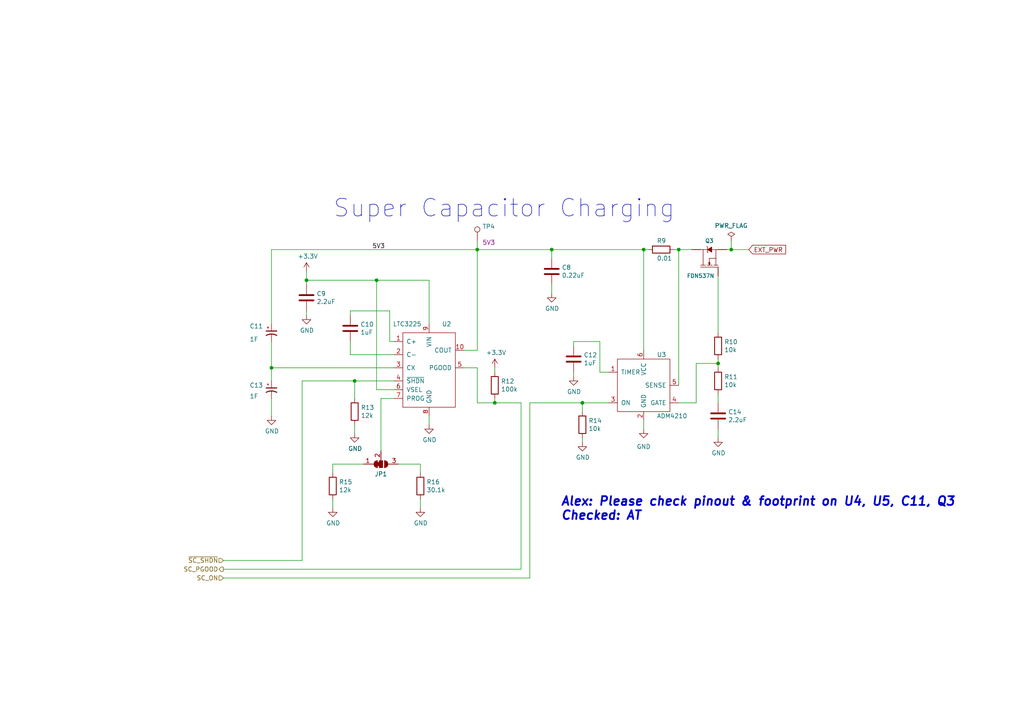
<source format=kicad_sch>
(kicad_sch (version 20211123) (generator eeschema)
  (paper "A4")
  (title_block (title "LCP Controller ") (date "2022-12-19") (rev "0.3") (company "NOAA Pacific Marine Environmental Laboratory") (comment 3 "Current design modified by: Basharat Basharat") (comment 4 "Current design by: Matt Casari"))
  (lib_symbols
    (symbol "Connector:TestPoint" (pin_numbers hide) (pin_names (offset 0.762) hide)
      (property "Reference" "TP" (at 0 6.858 0))
      (property "Value" "TestPoint" (at 0 5.08 0))
      (symbol "TestPoint_0_1"
        (circle (center 0 3.302) (radius 0.762))
      )
      (symbol "TestPoint_1_1"
        (pin passive line (at 0 0 90) (length 2.54) (name "1") (number "1"))
      )
    )
    (symbol "Device:C" (pin_numbers hide) (pin_names (offset 0.254))
      (property "Reference" "C" (at 0.635 2.54 0))
      (property "Value" "C" (at 0.635 -2.54 0))
      (symbol "C_0_1"
        (polyline (pts (xy -2.032 -0.762) (xy 2.032 -0.762)) (stroke (width 0.508)))
        (polyline (pts (xy -2.032 0.762) (xy 2.032 0.762)) (stroke (width 0.508)))
      )
      (symbol "C_1_1"
        (pin passive line (at 0 3.81 270) (length 2.794) (name "~") (number "1"))
        (pin passive line (at 0 -3.81 90) (length 2.794) (name "~") (number "2"))
      )
    )
    (symbol "Device:C_Polarized_Small_US" (pin_numbers hide) (pin_names (offset 0.254) hide)
      (property "Reference" "C" (at 0.254 1.778 0))
      (property "Value" "C_Polarized_Small_US" (at 0.254 -2.032 0))
      (symbol "C_Polarized_Small_US_0_1"
        (polyline (pts (xy -1.524 0.508) (xy 1.524 0.508)) (stroke (width 0.3048)))
        (polyline (pts (xy -1.27 1.524) (xy -0.762 1.524)))
        (polyline (pts (xy -1.016 1.27) (xy -1.016 1.778)))
        (arc (start 1.524 -0.762) (mid 0 -0.3734) (end -1.524 -0.762) (stroke (width 0.3048)))
      )
      (symbol "C_Polarized_Small_US_1_1"
        (pin passive line (at 0 2.54 270) (length 2.032) (name "~") (number "1"))
        (pin passive line (at 0 -2.54 90) (length 2.032) (name "~") (number "2"))
      )
    )
    (symbol "Device:R" (pin_numbers hide) (pin_names (offset 0))
      (property "Reference" "R" (at 2.032 0 90))
      (property "Value" "R" (at 0 0 90))
      (symbol "R_0_1"
        (rectangle (start -1.016 -2.54) (end 1.016 2.54) (stroke (width 0.254)))
      )
      (symbol "R_1_1"
        (pin passive line (at 0 3.81 270) (length 1.27) (name "~") (number "1"))
        (pin passive line (at 0 -3.81 90) (length 1.27) (name "~") (number "2"))
      )
    )
    (symbol "Jumper:SolderJumper_3_Bridged12" (pin_names (offset 0) hide)
      (property "Reference" "JP" (at -2.54 -2.54 0))
      (property "Value" "SolderJumper_3_Bridged12" (at 0 2.794 0))
      (symbol "SolderJumper_3_Bridged12_0_1"
        (rectangle (start -1.016 0.508) (end -0.508 -0.508) (fill (type outline)))
        (arc (start -1.016 1.016) (mid -2.032 0) (end -1.016 -1.016))
        (arc (start -1.016 1.016) (mid -2.032 0) (end -1.016 -1.016) (fill (type outline)))
        (rectangle (start -0.508 1.016) (end 0.508 -1.016) (fill (type outline)))
        (polyline (pts (xy -2.54 0) (xy -2.032 0)))
        (polyline (pts (xy -1.016 1.016) (xy -1.016 -1.016)))
        (polyline (pts (xy 0 -1.27) (xy 0 -1.016)))
        (polyline (pts (xy 1.016 1.016) (xy 1.016 -1.016)))
        (polyline (pts (xy 2.54 0) (xy 2.032 0)))
        (arc (start 1.016 -1.016) (mid 2.032 0) (end 1.016 1.016))
        (arc (start 1.016 -1.016) (mid 2.032 0) (end 1.016 1.016) (fill (type outline)))
      )
      (symbol "SolderJumper_3_Bridged12_1_1"
        (pin passive line (at -5.08 0 0) (length 2.54) (name "A") (number "1"))
        (pin passive line (at 0 -3.81 90) (length 2.54) (name "C") (number "2"))
        (pin passive line (at 5.08 0 180) (length 2.54) (name "B") (number "3"))
      )
    )
    (symbol "PMEL_PowerICs:ADM4210" (pin_names (offset 1.016))
      (property "Reference" "U" (at 3.81 11.43 0))
      (property "Value" "ADM4210" (at 5.08 8.89 0))
      (symbol "ADM4210_0_0"
        (rectangle (start -7.62 7.62) (end 7.62 -7.62))
        (pin input line (at -10.16 3.81 0) (length 2.54) (name "TIMER") (number "1"))
        (pin power_in line (at 0 -10.16 90) (length 2.54) (name "GND") (number "2"))
        (pin input line (at -10.16 -5.08 0) (length 2.54) (name "ON") (number "3"))
        (pin output line (at 10.16 -5.08 180) (length 2.54) (name "GATE") (number "4"))
        (pin input line (at 10.16 0 180) (length 2.54) (name "SENSE") (number "5"))
        (pin power_in line (at 0 10.16 270) (length 2.54) (name "VCC") (number "6"))
      )
    )
    (symbol "PMEL_PowerICs:LTC3225" (pin_names (offset 1.016))
      (property "Reference" "U" (at 5.08 12.7 0))
      (property "Value" "LTC3225" (at -6.35 12.7 0))
      (symbol "LTC3225_0_0"
        (rectangle (start -7.62 11.43) (end 7.62 -10.16))
        (pin power_out line (at -10.16 8.89 0) (length 2.54) (name "C+") (number "1"))
        (pin power_out line (at 10.16 6.35 180) (length 2.54) (name "COUT") (number "10"))
        (pin power_out line (at -10.16 5.08 0) (length 2.54) (name "C-") (number "2"))
        (pin power_out line (at -10.16 1.27 0) (length 2.54) (name "CX") (number "3"))
        (pin input line (at -10.16 -2.54 0) (length 2.54) (name "~{SHDN}") (number "4"))
        (pin output line (at 10.16 1.27 180) (length 2.54) (name "PGOOD") (number "5"))
        (pin input line (at -10.16 -5.08 0) (length 2.54) (name "VSEL") (number "6"))
        (pin passive line (at -10.16 -7.62 0) (length 2.54) (name "PROG") (number "7"))
        (pin power_in line (at 0 -12.7 90) (length 2.54) (name "GND") (number "8"))
        (pin power_in line (at 0 13.97 270) (length 2.54) (name "VIN") (number "9"))
      )
    )
    (symbol "SparkFun-DiscreteSemi:MOSFET-NCH-AO3404A" (pin_numbers hide) (pin_names (offset 1.016) hide)
      (property "Reference" "Q" (at 3.81 3.81 0))
      (property "Value" "MOSFET-NCH-AO3404A" (at 3.81 -5.08 0))
      (property "Field4" "TRANS-12988" (at 0 7.62 0))
      (symbol "MOSFET-NCH-AO3404A_1_0"
        (polyline (pts (xy -2.54 -2.54) (xy -2.54 2.54)))
        (polyline (pts (xy -1.9812 -1.905) (xy -1.9812 -2.54)))
        (polyline (pts (xy -1.9812 -1.905) (xy 0 -1.905)))
        (polyline (pts (xy -1.9812 -1.2954) (xy -1.9812 -1.905)))
        (polyline (pts (xy -1.9812 0.6858) (xy -1.9812 -0.8382)))
        (polyline (pts (xy -1.9812 1.8034) (xy -1.9812 1.0922)))
        (polyline (pts (xy -1.9812 1.8034) (xy 2.54 1.8034)))
        (polyline (pts (xy -1.9812 2.54) (xy -1.9812 1.8034)))
        (polyline (pts (xy 0 -1.905) (xy 0 0)))
        (polyline (pts (xy 0 0) (xy -1.2192 0)))
        (polyline (pts (xy 1.6002 0.381) (xy 1.778 0.5588)))
        (polyline (pts (xy 2.54 -2.54) (xy 2.54 -1.905)))
        (polyline (pts (xy 2.54 -1.905) (xy 0 -1.905)))
        (polyline (pts (xy 2.54 -0.7112) (xy 2.54 -1.905)))
        (polyline (pts (xy 2.54 0.5588) (xy 1.778 0.5588)))
        (polyline (pts (xy 2.54 0.5588) (xy 3.302 0.5588)))
        (polyline (pts (xy 2.54 1.8034) (xy 2.54 0.5588)))
        (polyline (pts (xy 2.54 2.54) (xy 2.54 1.8034)))
        (polyline (pts (xy 3.302 0.5588) (xy 3.4798 0.7366)))
      )
      (symbol "MOSFET-NCH-AO3404A_1_1"
        (polyline (pts (xy -1.9812 0) (xy -1.2192 0.254) (xy -1.2192 0.254) (xy -1.2192 -0.254) (xy -1.2192 -0.254) (xy -1.9812 0)) (fill (type outline)))
        (polyline (pts (xy 1.778 -0.7112) (xy 2.54 0.5588) (xy 2.54 0.5588) (xy 3.302 -0.7112) (xy 3.302 -0.7112) (xy 1.778 -0.7112)) (fill (type outline)))
        (pin bidirectional line (at -5.08 -2.54 0) (length 2.54) (name "G") (number "1"))
        (pin bidirectional line (at 2.54 -5.08 90) (length 2.54) (name "S") (number "2"))
        (pin bidirectional line (at 2.54 5.08 270) (length 2.54) (name "D") (number "3"))
      )
    )
    (symbol "power:+3.3V" (power) (pin_names (offset 0))
      (property "Value" "+3.3V" (at 0 3.556 0))
      (symbol "+3.3V_0_1"
        (polyline (pts (xy -0.762 1.27) (xy 0 2.54)))
        (polyline (pts (xy 0 0) (xy 0 2.54)))
        (polyline (pts (xy 0 2.54) (xy 0.762 1.27)))
      )
      (symbol "+3.3V_1_1"
        (pin power_in line (at 0 0 90) (length 0) hide (name "+3.3V") (number "1"))
      )
    )
    (symbol "power:GND" (power) (pin_names (offset 0))
      (property "Value" "GND" (at 0 -3.81 0))
      (symbol "GND_0_1"
        (polyline (pts (xy 0 0) (xy 0 -1.27) (xy 1.27 -1.27) (xy 0 -2.54) (xy -1.27 -1.27) (xy 0 -1.27)))
      )
      (symbol "GND_1_1"
        (pin power_in line (at 0 0 270) (length 0) hide (name "GND") (number "1"))
      )
    )
    (symbol "power:PWR_FLAG" (power) (pin_numbers hide) (pin_names (offset 0) hide)
      (property "Value" "PWR_FLAG" (at 0 3.81 0))
      (symbol "PWR_FLAG_0_0"
        (pin power_out line (at 0 0 90) (length 0) (name "pwr") (number "1"))
      )
      (symbol "PWR_FLAG_0_1"
        (polyline (pts (xy 0 0) (xy 0 1.27) (xy -1.016 1.905) (xy 0 2.54) (xy 1.016 1.905) (xy 0 1.27)))
      )
    )
  )
  (junction (at 143.51 116.84))
  (junction (at 102.87 110.49))
  (junction (at 78.74 106.68))
  (junction (at 138.43 72.39))
  (junction (at 88.9 81.28))
  (junction (at 160.02 72.39))
  (junction (at 109.22 81.28))
  (junction (at 196.85 72.39))
  (junction (at 212.09 72.39))
  (junction (at 186.69 72.39))
  (junction (at 208.28 105.41))
  (junction (at 168.91 116.84))
  (wire (pts (xy 173.99 99.06) (xy 173.99 107.95)))
  (wire (pts (xy 114.3 110.49) (xy 102.87 110.49)))
  (wire (pts (xy 102.87 125.73) (xy 102.87 123.19)))
  (wire (pts (xy 160.02 72.39) (xy 186.69 72.39)))
  (wire (pts (xy 113.03 90.17) (xy 113.03 99.06)))
  (wire (pts (xy 121.92 144.78) (xy 121.92 147.32)))
  (wire (pts (xy 200.66 72.39) (xy 196.85 72.39)))
  (wire (pts (xy 208.28 80.01) (xy 208.28 96.52)))
  (wire (pts (xy 138.43 106.68) (xy 134.62 106.68)))
  (wire (pts (xy 88.9 82.55) (xy 88.9 81.28)))
  (wire (pts (xy 187.96 72.39) (xy 186.69 72.39)))
  (wire (pts (xy 113.03 99.06) (xy 114.3 99.06)))
  (wire (pts (xy 96.52 134.62) (xy 105.41 134.62)))
  (wire (pts (xy 196.85 111.76) (xy 196.85 72.39)))
  (wire (pts (xy 166.37 109.22) (xy 166.37 107.95)))
  (wire (pts (xy 114.3 106.68) (xy 78.74 106.68)))
  (wire (pts (xy 196.85 72.39) (xy 195.58 72.39)))
  (wire (pts (xy 88.9 81.28) (xy 109.22 81.28)))
  (wire (pts (xy 87.63 110.49) (xy 102.87 110.49)))
  (wire (pts (xy 143.51 115.57) (xy 143.51 116.84)))
  (wire (pts (xy 151.13 165.1) (xy 151.13 116.84)))
  (wire (pts (xy 64.77 165.1) (xy 151.13 165.1)))
  (wire (pts (xy 160.02 85.09) (xy 160.02 82.55)))
  (wire (pts (xy 64.77 167.64) (xy 153.67 167.64)))
  (wire (pts (xy 101.6 99.06) (xy 101.6 102.87)))
  (wire (pts (xy 78.74 93.98) (xy 78.74 72.39)))
  (wire (pts (xy 208.28 104.14) (xy 208.28 105.41)))
  (wire (pts (xy 78.74 72.39) (xy 138.43 72.39)))
  (wire (pts (xy 168.91 128.27) (xy 168.91 127)))
  (wire (pts (xy 88.9 81.28) (xy 88.9 78.74)))
  (wire (pts (xy 138.43 116.84) (xy 138.43 106.68)))
  (wire (pts (xy 166.37 99.06) (xy 173.99 99.06)))
  (wire (pts (xy 101.6 102.87) (xy 114.3 102.87)))
  (wire (pts (xy 88.9 90.17) (xy 88.9 91.44)))
  (wire (pts (xy 138.43 72.39) (xy 138.43 101.6)))
  (wire (pts (xy 208.28 114.3) (xy 208.28 116.84)))
  (wire (pts (xy 78.74 115.57) (xy 78.74 120.65)))
  (wire (pts (xy 115.57 134.62) (xy 121.92 134.62)))
  (wire (pts (xy 114.3 115.57) (xy 110.49 115.57)))
  (wire (pts (xy 114.3 113.03) (xy 109.22 113.03)))
  (wire (pts (xy 109.22 81.28) (xy 109.22 113.03)))
  (wire (pts (xy 217.17 72.39) (xy 212.09 72.39)))
  (wire (pts (xy 138.43 72.39) (xy 160.02 72.39)))
  (wire (pts (xy 151.13 116.84) (xy 143.51 116.84)))
  (wire (pts (xy 168.91 116.84) (xy 176.53 116.84)))
  (wire (pts (xy 143.51 116.84) (xy 138.43 116.84)))
  (wire (pts (xy 78.74 110.49) (xy 78.74 106.68)))
  (wire (pts (xy 186.69 72.39) (xy 186.69 101.6)))
  (wire (pts (xy 173.99 107.95) (xy 176.53 107.95)))
  (wire (pts (xy 208.28 105.41) (xy 208.28 106.68)))
  (wire (pts (xy 138.43 69.85) (xy 138.43 72.39)))
  (wire (pts (xy 96.52 144.78) (xy 96.52 147.32)))
  (wire (pts (xy 101.6 91.44) (xy 101.6 90.17)))
  (wire (pts (xy 78.74 99.06) (xy 78.74 106.68)))
  (wire (pts (xy 168.91 119.38) (xy 168.91 116.84)))
  (wire (pts (xy 212.09 72.39) (xy 210.82 72.39)))
  (wire (pts (xy 153.67 167.64) (xy 153.67 116.84)))
  (wire (pts (xy 196.85 116.84) (xy 201.93 116.84)))
  (wire (pts (xy 201.93 116.84) (xy 201.93 105.41)))
  (wire (pts (xy 166.37 100.33) (xy 166.37 99.06)))
  (wire (pts (xy 87.63 162.56) (xy 87.63 110.49)))
  (wire (pts (xy 186.69 121.92) (xy 186.69 124.46)))
  (wire (pts (xy 110.49 115.57) (xy 110.49 130.81)))
  (wire (pts (xy 160.02 74.93) (xy 160.02 72.39)))
  (wire (pts (xy 138.43 101.6) (xy 134.62 101.6)))
  (wire (pts (xy 96.52 137.16) (xy 96.52 134.62)))
  (wire (pts (xy 124.46 93.98) (xy 124.46 81.28)))
  (wire (pts (xy 153.67 116.84) (xy 168.91 116.84)))
  (wire (pts (xy 124.46 123.19) (xy 124.46 120.65)))
  (wire (pts (xy 124.46 81.28) (xy 109.22 81.28)))
  (wire (pts (xy 121.92 134.62) (xy 121.92 137.16)))
  (wire (pts (xy 212.09 69.85) (xy 212.09 72.39)))
  (wire (pts (xy 208.28 127) (xy 208.28 124.46)))
  (wire (pts (xy 102.87 110.49) (xy 102.87 115.57)))
  (wire (pts (xy 201.93 105.41) (xy 208.28 105.41)))
  (wire (pts (xy 143.51 106.68) (xy 143.51 107.95)))
  (wire (pts (xy 64.77 162.56) (xy 87.63 162.56)))
  (wire (pts (xy 101.6 90.17) (xy 113.03 90.17)))
  (text "Super Capacitor Charging" (at 96.52 63.5 0) (effects (font (size 5.08 5.08)) (justify left bottom)))
  (text "Alex: Please check pinout & footprint on U4, U5, C11, Q3\nChecked: AT" (at 162.56 151.13 0) (effects (font (size 2.54 2.54) (thickness 0.508) bold italic) (justify left bottom)))
  (label "5V3" (at 107.95 72.39 0))
  (global_label "EXT_PWR" (shape input) (at 217.17 72.39 0) (property "Intersheet References" "${INTERSHEET_REFS}" (effects hide)))
  (hierarchical_label "~{SC_SHDN}" (shape input) (at 64.77 162.56 180))
  (hierarchical_label "SC_PGOOD" (shape output) (at 64.77 165.1 180))
  (hierarchical_label "SC_ON" (shape input) (at 64.77 167.64 180))
  (symbol (lib_id "PMEL_PowerICs:ADM4210") (at 186.69 111.76 0) (unit 1)
    (property "Reference" "U3" (at 190.5 102.87 0) (effects (justify left)))
    (property "Value" "ADM4210" (at 190.5 120.65 0) (effects (justify left)))
    (property "Footprint" "Package_TO_SOT_SMD:TSOT-23-6" (effects hide))
    (property "Datasheet" "https://www.analog.com/media/en/technical-documentation/data-sheets/ADM4210.pdf" (effects hide))
    (property "MPN" "ADM4210-2AUJZ-RL7" (effects hide))
  )
  (symbol (lib_id "PMEL_PowerICs:LTC3225") (at 124.46 107.95 0) (unit 1)
    (property "Reference" "U2" (at 129.54 93.98 0))
    (property "Value" "LTC3225" (at 118.11 93.98 0))
    (property "Footprint" "Package_DFN_QFN:DFN-10-1EP_2x3mm_P0.5mm_EP0.64x2.4mm" (effects hide))
    (property "Datasheet" "https://www.analog.com/media/en/technical-documentation/data-sheets/3225fb.pdf" (effects hide))
    (property "MPN" "LTC3225EDDB-1#TRMPBF" (effects hide))
  )
  (symbol (lib_id "Device:C") (at 88.9 86.36 0) (unit 1)
    (property "Reference" "C9" (at 91.821 85.1916 0) (effects (justify left)))
    (property "Value" "2.2uF" (at 91.821 87.503 0) (effects (justify left)))
    (property "Footprint" "Capacitor_SMD:C_0805_2012Metric" (effects hide))
    (property "MPN" "CL21A225KB9LNNC" (effects hide))
  )
  (symbol (lib_id "Device:C") (at 101.6 95.25 0) (unit 1)
    (property "Reference" "C10" (at 104.521 94.0816 0) (effects (justify left)))
    (property "Value" "1uF" (at 104.521 96.393 0) (effects (justify left)))
    (property "Footprint" "Capacitor_SMD:C_0805_2012Metric" (effects hide))
    (property "MPN" "CL21B105KOFNNNG" (effects hide))
  )
  (symbol (lib_id "power:GND") (at 88.9 91.44 0) (unit 1)
    (property "Reference" "#PWR017" (effects hide))
    (property "Value" "GND" (at 89.027 95.8342 0))
  )
  (symbol (lib_id "Jumper:SolderJumper_3_Bridged12") (at 110.49 134.62 0) (mirror x) (unit 1)
    (property "Reference" "JP1" (at 110.49 137.4902 0))
    (property "Value" "SolderJumper_3_Bridged12" (effects hide))
    (property "Footprint" "Jumper:SolderJumper-3_P1.3mm_Bridged12_RoundedPad1.0x1.5mm" (effects hide))
  )
  (symbol (lib_id "Device:R") (at 96.52 140.97 0) (unit 1)
    (property "Reference" "R15" (at 98.298 139.8016 0) (effects (justify left)))
    (property "Value" "12k" (at 98.298 142.113 0) (effects (justify left)))
    (property "Footprint" "Resistor_SMD:R_0805_2012Metric" (effects hide))
    (property "MPN" "CRGCQ0805F12K" (effects hide))
  )
  (symbol (lib_id "Device:R") (at 121.92 140.97 0) (unit 1)
    (property "Reference" "R16" (at 123.698 139.8016 0) (effects (justify left)))
    (property "Value" "30.1k" (at 123.698 142.113 0) (effects (justify left)))
    (property "Footprint" "Resistor_SMD:R_0805_2012Metric" (effects hide))
    (property "MPN" "RC0805FR-0730K1L" (effects hide))
  )
  (symbol (lib_id "power:GND") (at 96.52 147.32 0) (unit 1)
    (property "Reference" "#PWR026" (effects hide))
    (property "Value" "GND" (at 96.647 151.7142 0))
  )
  (symbol (lib_id "power:GND") (at 121.92 147.32 0) (unit 1)
    (property "Reference" "#PWR027" (effects hide))
    (property "Value" "GND" (at 122.047 151.7142 0))
  )
  (symbol (lib_id "power:GND") (at 124.46 123.19 0) (unit 1)
    (property "Reference" "#PWR022" (effects hide))
    (property "Value" "GND" (at 124.587 127.5842 0))
  )
  (symbol (lib_id "Device:R") (at 102.87 119.38 0) (unit 1)
    (property "Reference" "R13" (at 104.648 118.2116 0) (effects (justify left)))
    (property "Value" "12k" (at 104.648 120.523 0) (effects (justify left)))
    (property "Footprint" "Resistor_SMD:R_0805_2012Metric" (effects hide))
    (property "MPN" "CRGCQ0805F12K" (effects hide))
  )
  (symbol (lib_id "power:GND") (at 102.87 125.73 0) (unit 1)
    (property "Reference" "#PWR023" (effects hide))
    (property "Value" "GND" (at 102.997 130.1242 0))
  )
  (symbol (lib_id "power:GND") (at 78.74 120.65 0) (unit 1)
    (property "Reference" "#PWR021" (effects hide))
    (property "Value" "GND" (at 78.867 125.0442 0))
  )
  (symbol (lib_id "Device:C") (at 166.37 104.14 0) (unit 1)
    (property "Reference" "C12" (at 169.291 102.9716 0) (effects (justify left)))
    (property "Value" "1uF" (at 169.291 105.283 0) (effects (justify left)))
    (property "Footprint" "Capacitor_SMD:C_0805_2012Metric" (effects hide))
    (property "MPN" "CL21B105KOFNNNG" (effects hide))
  )
  (symbol (lib_id "power:GND") (at 166.37 109.22 0) (unit 1)
    (property "Reference" "#PWR019" (effects hide))
    (property "Value" "GND" (at 166.497 113.6142 0))
  )
  (symbol (lib_id "Device:C") (at 160.02 78.74 0) (unit 1)
    (property "Reference" "C8" (at 162.941 77.5716 0) (effects (justify left)))
    (property "Value" "0.22uF" (at 162.941 79.883 0) (effects (justify left)))
    (property "Footprint" "Capacitor_SMD:C_1210_3225Metric" (effects hide))
    (property "MPN" "CL32B224KBFNNNE" (effects hide))
  )
  (symbol (lib_id "power:GND") (at 160.02 85.09 0) (unit 1)
    (property "Reference" "#PWR016" (effects hide))
    (property "Value" "GND" (at 160.147 89.4842 0))
  )
  (symbol (lib_id "power:+3.3V") (at 88.9 78.74 0) (unit 1)
    (property "Reference" "#PWR015" (effects hide))
    (property "Value" "+3.3V" (at 89.281 74.3458 0))
  )
  (symbol (lib_id "Device:R") (at 168.91 123.19 0) (unit 1)
    (property "Reference" "R14" (at 170.688 122.0216 0) (effects (justify left)))
    (property "Value" "10k" (at 170.688 124.333 0) (effects (justify left)))
    (property "Footprint" "Resistor_SMD:R_0805_2012Metric" (effects hide))
    (property "MPN" "ERA-6AEB103V" (effects hide))
  )
  (symbol (lib_id "power:GND") (at 168.91 128.27 0) (unit 1)
    (property "Reference" "#PWR025" (effects hide))
    (property "Value" "GND" (at 169.037 132.6642 0))
  )
  (symbol (lib_id "Device:C") (at 208.28 120.65 0) (unit 1)
    (property "Reference" "C14" (at 211.201 119.4816 0) (effects (justify left)))
    (property "Value" "2.2uF" (at 211.201 121.793 0) (effects (justify left)))
    (property "Footprint" "Capacitor_SMD:C_0805_2012Metric" (effects hide))
    (property "MPN" "CL21A225KB9LNNC" (effects hide))
  )
  (symbol (lib_id "power:GND") (at 208.28 127 0) (unit 1)
    (property "Reference" "#PWR024" (effects hide))
    (property "Value" "GND" (at 208.407 131.3942 0))
  )
  (symbol (lib_id "Device:R") (at 208.28 110.49 0) (unit 1)
    (property "Reference" "R11" (at 210.058 109.3216 0) (effects (justify left)))
    (property "Value" "10k" (at 210.058 111.633 0) (effects (justify left)))
    (property "Footprint" "Resistor_SMD:R_0805_2012Metric" (effects hide))
    (property "MPN" "ERA-6AEB103V" (effects hide))
  )
  (symbol (lib_id "Device:R") (at 208.28 100.33 0) (unit 1)
    (property "Reference" "R10" (at 210.058 99.1616 0) (effects (justify left)))
    (property "Value" "10k" (at 210.058 101.473 0) (effects (justify left)))
    (property "Footprint" "Resistor_SMD:R_0805_2012Metric" (effects hide))
    (property "MPN" "ERA-6AEB103V" (effects hide))
  )
  (symbol (lib_id "Device:R") (at 191.77 72.39 270) (unit 1)
    (property "Reference" "R9" (at 190.5 69.85 90) (effects (justify left)))
    (property "Value" "0.01" (at 190.5 74.93 90) (effects (justify left)))
    (property "Footprint" "Resistor_SMD:R_2512_6332Metric" (effects hide))
    (property "MPN" "PCS2512DR0100ET" (effects hide))
  )
  (symbol (lib_id "SparkFun-DiscreteSemi:MOSFET-NCH-AO3404A") (at 205.74 74.93 90) (unit 1)
    (property "Reference" "Q3" (at 205.74 69.85 90) (effects (font (size 1.143 1.143))))
    (property "Value" "FDN537N" (at 203.2 80.01 90) (effects (font (size 1.143 1.143))))
    (property "Footprint" "Package_TO_SOT_SMD:SOT-23" (effects hide))
    (property "Datasheet" "https://www.onsemi.com/pub/Collateral/FDN537N-D.pdf" (effects hide))
    (property "Field4" "TRANS-12988" (effects hide))
    (property "MPN" "FDN537N" (effects hide))
  )
  (symbol (lib_id "power:+3.3V") (at 143.51 106.68 0) (unit 1)
    (property "Reference" "#PWR018" (effects hide))
    (property "Value" "+3.3V" (at 143.891 102.2858 0))
  )
  (symbol (lib_id "Device:R") (at 143.51 111.76 0) (unit 1)
    (property "Reference" "R12" (at 145.288 110.5916 0) (effects (justify left)))
    (property "Value" "100k" (at 145.288 112.903 0) (effects (justify left)))
    (property "Footprint" "Resistor_SMD:R_0805_2012Metric" (effects hide))
    (property "MPN" "RC0805FR-07100KL" (effects hide))
  )
  (symbol (lib_id "power:PWR_FLAG") (at 212.09 69.85 0) (unit 1)
    (property "Reference" "#FLG04" (effects hide))
    (property "Value" "PWR_FLAG" (at 212.09 65.4558 0))
  )
  (symbol (lib_id "Connector:TestPoint") (at 138.43 69.85 0) (unit 1)
    (property "Reference" "TP4" (at 139.9032 65.7098 0) (effects (justify left)))
    (property "Value" "5V3" (effects hide))
    (property "Footprint" "TestPoint:TestPoint_Keystone_5000-5004_Miniature" (effects hide))
    (property "TestPoint" "5V3" (at 139.9032 70.3326 0) (effects (justify left)))
  )
  (symbol (lib_id "power:GND") (at 186.69 124.46 0) (unit 1)
    (property "Reference" "#PWR0110" (effects hide))
    (property "Value" "GND" (at 186.69 129.54 0))
  )
  (symbol (lib_id "Device:C_Polarized_Small_US") (at 78.74 113.03 0) (unit 1)
    (property "Reference" "C13" (at 72.39 111.76 0) (effects (justify left)))
    (property "Value" "1F" (at 72.39 114.935 0) (effects (justify left)))
    (property "Footprint" "Capacitor_THT:CP_Radial_D8.0mm_P3.50mm" (effects hide))
    (property "MPN" "HV0810-2R7105-R" (effects hide))
  )
  (symbol (lib_id "Device:C_Polarized_Small_US") (at 78.74 96.52 0) (unit 1)
    (property "Reference" "C11" (at 72.39 94.615 0) (effects (justify left)))
    (property "Value" "1F" (at 72.39 98.425 0) (effects (justify left)))
    (property "Footprint" "Capacitor_THT:CP_Radial_D8.0mm_P3.50mm" (effects hide))
    (property "MPN" "HV0810-2R7105-R" (effects hide))
  )
)
</source>
